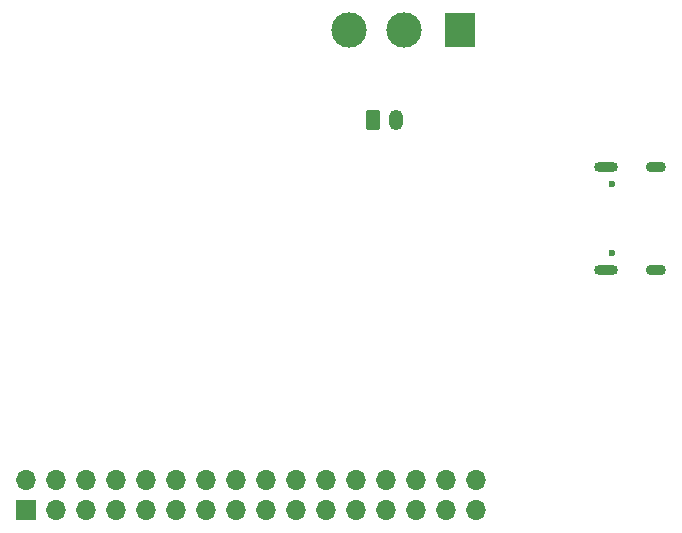
<source format=gbr>
%TF.GenerationSoftware,KiCad,Pcbnew,9.0.0*%
%TF.CreationDate,2025-04-09T21:38:28+02:00*%
%TF.ProjectId,ProLib_pcs_2025-03-23,50726f4c-6962-45f7-9063-735f32303235,rev?*%
%TF.SameCoordinates,Original*%
%TF.FileFunction,Soldermask,Bot*%
%TF.FilePolarity,Negative*%
%FSLAX46Y46*%
G04 Gerber Fmt 4.6, Leading zero omitted, Abs format (unit mm)*
G04 Created by KiCad (PCBNEW 9.0.0) date 2025-04-09 21:38:28*
%MOMM*%
%LPD*%
G01*
G04 APERTURE LIST*
G04 Aperture macros list*
%AMRoundRect*
0 Rectangle with rounded corners*
0 $1 Rounding radius*
0 $2 $3 $4 $5 $6 $7 $8 $9 X,Y pos of 4 corners*
0 Add a 4 corners polygon primitive as box body*
4,1,4,$2,$3,$4,$5,$6,$7,$8,$9,$2,$3,0*
0 Add four circle primitives for the rounded corners*
1,1,$1+$1,$2,$3*
1,1,$1+$1,$4,$5*
1,1,$1+$1,$6,$7*
1,1,$1+$1,$8,$9*
0 Add four rect primitives between the rounded corners*
20,1,$1+$1,$2,$3,$4,$5,0*
20,1,$1+$1,$4,$5,$6,$7,0*
20,1,$1+$1,$6,$7,$8,$9,0*
20,1,$1+$1,$8,$9,$2,$3,0*%
G04 Aperture macros list end*
%ADD10RoundRect,0.250000X-0.350000X-0.625000X0.350000X-0.625000X0.350000X0.625000X-0.350000X0.625000X0*%
%ADD11O,1.200000X1.750000*%
%ADD12R,2.500000X3.000000*%
%ADD13C,3.000000*%
%ADD14R,1.700000X1.700000*%
%ADD15O,1.700000X1.700000*%
%ADD16C,0.600000*%
%ADD17O,2.000000X0.900000*%
%ADD18O,1.700000X0.900000*%
G04 APERTURE END LIST*
D10*
%TO.C,J3*%
X163007000Y-69844000D03*
D11*
X165007000Y-69844000D03*
%TD*%
D12*
%TO.C,U1*%
X170393025Y-62189000D03*
D13*
X165693000Y-62189000D03*
X160992975Y-62189000D03*
%TD*%
D14*
%TO.C,J2*%
X133690000Y-102850000D03*
D15*
X133690000Y-100310000D03*
X136230000Y-102850000D03*
X136230000Y-100310000D03*
X138770000Y-102850000D03*
X138770000Y-100310000D03*
X141310000Y-102850000D03*
X141310000Y-100310000D03*
X143850000Y-102850000D03*
X143850000Y-100310000D03*
X146390000Y-102850000D03*
X146390000Y-100310000D03*
X148930000Y-102850000D03*
X148930000Y-100310000D03*
X151470000Y-102850000D03*
X151470000Y-100310000D03*
X154010000Y-102850000D03*
X154010000Y-100310000D03*
X156550000Y-102850000D03*
X156550000Y-100310000D03*
X159090000Y-102850000D03*
X159090000Y-100310000D03*
X161630000Y-102850000D03*
X161630000Y-100310000D03*
X164170000Y-102850000D03*
X164170000Y-100310000D03*
X166710000Y-102850000D03*
X166710000Y-100310000D03*
X169250000Y-102850000D03*
X169250000Y-100310000D03*
X171790000Y-102850000D03*
X171790000Y-100310000D03*
%TD*%
D16*
%TO.C,J1*%
X183290000Y-81036000D03*
X183290000Y-75256000D03*
D17*
X182800000Y-82471000D03*
X182800000Y-73821000D03*
D18*
X186970000Y-82471000D03*
X186970000Y-73821000D03*
%TD*%
M02*

</source>
